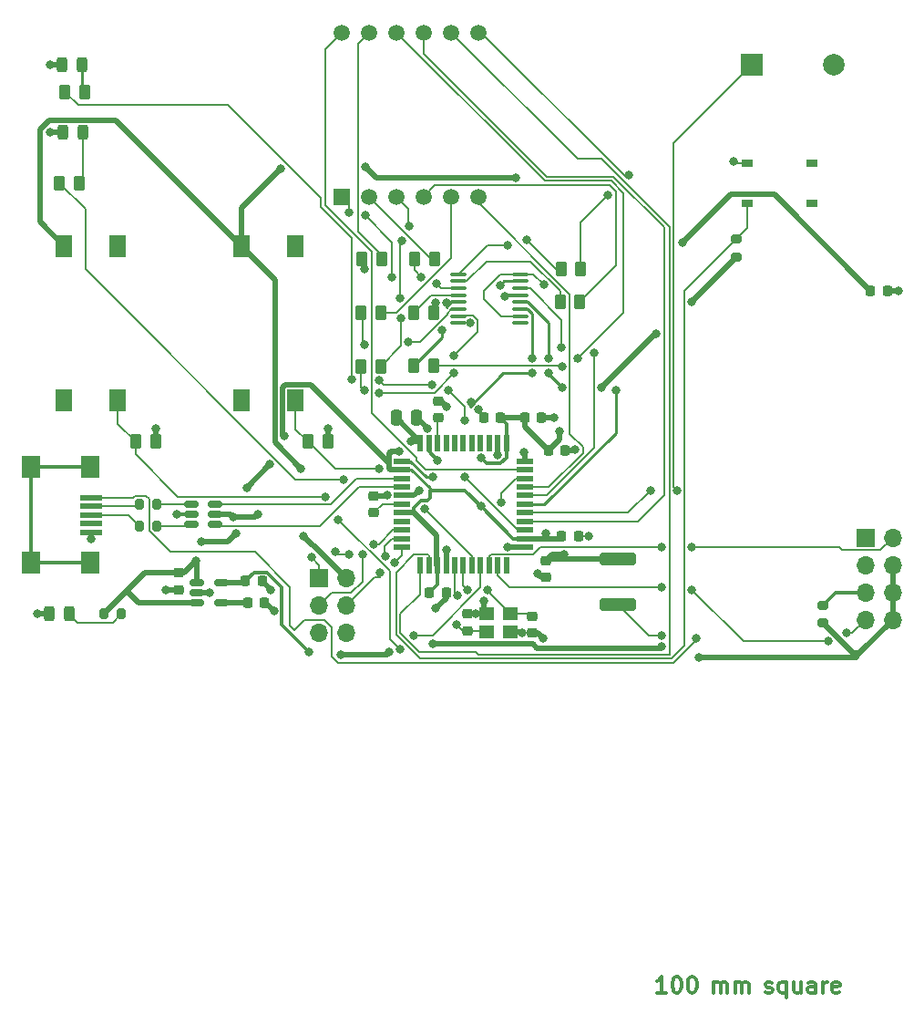
<source format=gbr>
%TF.GenerationSoftware,KiCad,Pcbnew,(7.0.0)*%
%TF.CreationDate,2023-04-21T00:37:14-06:00*%
%TF.ProjectId,Phase_B_Prototype,50686173-655f-4425-9f50-726f746f7479,rev?*%
%TF.SameCoordinates,Original*%
%TF.FileFunction,Copper,L1,Top*%
%TF.FilePolarity,Positive*%
%FSLAX46Y46*%
G04 Gerber Fmt 4.6, Leading zero omitted, Abs format (unit mm)*
G04 Created by KiCad (PCBNEW (7.0.0)) date 2023-04-21 00:37:14*
%MOMM*%
%LPD*%
G01*
G04 APERTURE LIST*
G04 Aperture macros list*
%AMRoundRect*
0 Rectangle with rounded corners*
0 $1 Rounding radius*
0 $2 $3 $4 $5 $6 $7 $8 $9 X,Y pos of 4 corners*
0 Add a 4 corners polygon primitive as box body*
4,1,4,$2,$3,$4,$5,$6,$7,$8,$9,$2,$3,0*
0 Add four circle primitives for the rounded corners*
1,1,$1+$1,$2,$3*
1,1,$1+$1,$4,$5*
1,1,$1+$1,$6,$7*
1,1,$1+$1,$8,$9*
0 Add four rect primitives between the rounded corners*
20,1,$1+$1,$2,$3,$4,$5,0*
20,1,$1+$1,$4,$5,$6,$7,0*
20,1,$1+$1,$6,$7,$8,$9,0*
20,1,$1+$1,$8,$9,$2,$3,0*%
G04 Aperture macros list end*
%ADD10C,0.300000*%
%TA.AperFunction,NonConductor*%
%ADD11C,0.300000*%
%TD*%
%TA.AperFunction,SMDPad,CuDef*%
%ADD12RoundRect,0.250000X-0.250000X-0.475000X0.250000X-0.475000X0.250000X0.475000X-0.250000X0.475000X0*%
%TD*%
%TA.AperFunction,SMDPad,CuDef*%
%ADD13RoundRect,0.243750X-0.243750X-0.456250X0.243750X-0.456250X0.243750X0.456250X-0.243750X0.456250X0*%
%TD*%
%TA.AperFunction,SMDPad,CuDef*%
%ADD14RoundRect,0.225000X-0.225000X-0.250000X0.225000X-0.250000X0.225000X0.250000X-0.225000X0.250000X0*%
%TD*%
%TA.AperFunction,SMDPad,CuDef*%
%ADD15RoundRect,0.250000X-0.262500X-0.450000X0.262500X-0.450000X0.262500X0.450000X-0.262500X0.450000X0*%
%TD*%
%TA.AperFunction,SMDPad,CuDef*%
%ADD16RoundRect,0.200000X-0.200000X-0.275000X0.200000X-0.275000X0.200000X0.275000X-0.200000X0.275000X0*%
%TD*%
%TA.AperFunction,SMDPad,CuDef*%
%ADD17R,1.400000X1.200000*%
%TD*%
%TA.AperFunction,SMDPad,CuDef*%
%ADD18RoundRect,0.250000X1.450000X-0.312500X1.450000X0.312500X-1.450000X0.312500X-1.450000X-0.312500X0*%
%TD*%
%TA.AperFunction,SMDPad,CuDef*%
%ADD19R,1.000000X0.700000*%
%TD*%
%TA.AperFunction,SMDPad,CuDef*%
%ADD20RoundRect,0.225000X0.250000X-0.225000X0.250000X0.225000X-0.250000X0.225000X-0.250000X-0.225000X0*%
%TD*%
%TA.AperFunction,SMDPad,CuDef*%
%ADD21RoundRect,0.150000X-0.512500X-0.150000X0.512500X-0.150000X0.512500X0.150000X-0.512500X0.150000X0*%
%TD*%
%TA.AperFunction,ComponentPad*%
%ADD22R,1.500000X1.500000*%
%TD*%
%TA.AperFunction,ComponentPad*%
%ADD23C,1.500000*%
%TD*%
%TA.AperFunction,ComponentPad*%
%ADD24R,1.700000X1.700000*%
%TD*%
%TA.AperFunction,ComponentPad*%
%ADD25O,1.700000X1.700000*%
%TD*%
%TA.AperFunction,SMDPad,CuDef*%
%ADD26RoundRect,0.225000X0.225000X0.250000X-0.225000X0.250000X-0.225000X-0.250000X0.225000X-0.250000X0*%
%TD*%
%TA.AperFunction,SMDPad,CuDef*%
%ADD27RoundRect,0.225000X-0.250000X0.225000X-0.250000X-0.225000X0.250000X-0.225000X0.250000X0.225000X0*%
%TD*%
%TA.AperFunction,SMDPad,CuDef*%
%ADD28RoundRect,0.200000X0.275000X-0.200000X0.275000X0.200000X-0.275000X0.200000X-0.275000X-0.200000X0*%
%TD*%
%TA.AperFunction,SMDPad,CuDef*%
%ADD29R,1.500000X0.550000*%
%TD*%
%TA.AperFunction,SMDPad,CuDef*%
%ADD30R,0.550000X1.500000*%
%TD*%
%TA.AperFunction,SMDPad,CuDef*%
%ADD31R,1.500000X2.000000*%
%TD*%
%TA.AperFunction,SMDPad,CuDef*%
%ADD32R,2.000000X0.500000*%
%TD*%
%TA.AperFunction,SMDPad,CuDef*%
%ADD33R,1.700000X2.000000*%
%TD*%
%TA.AperFunction,ComponentPad*%
%ADD34R,2.000000X2.000000*%
%TD*%
%TA.AperFunction,ComponentPad*%
%ADD35C,2.000000*%
%TD*%
%TA.AperFunction,SMDPad,CuDef*%
%ADD36RoundRect,0.100000X-0.637500X-0.100000X0.637500X-0.100000X0.637500X0.100000X-0.637500X0.100000X0*%
%TD*%
%TA.AperFunction,ViaPad*%
%ADD37C,0.800000*%
%TD*%
%TA.AperFunction,Conductor*%
%ADD38C,0.203200*%
%TD*%
%TA.AperFunction,Conductor*%
%ADD39C,0.508000*%
%TD*%
%TA.AperFunction,Conductor*%
%ADD40C,0.254000*%
%TD*%
%TA.AperFunction,Conductor*%
%ADD41C,0.304800*%
%TD*%
%TA.AperFunction,Conductor*%
%ADD42C,0.200000*%
%TD*%
G04 APERTURE END LIST*
D10*
D11*
X242442857Y-157153571D02*
X241585714Y-157153571D01*
X242014285Y-157153571D02*
X242014285Y-155653571D01*
X242014285Y-155653571D02*
X241871428Y-155867857D01*
X241871428Y-155867857D02*
X241728571Y-156010714D01*
X241728571Y-156010714D02*
X241585714Y-156082142D01*
X243371428Y-155653571D02*
X243514285Y-155653571D01*
X243514285Y-155653571D02*
X243657142Y-155725000D01*
X243657142Y-155725000D02*
X243728571Y-155796428D01*
X243728571Y-155796428D02*
X243799999Y-155939285D01*
X243799999Y-155939285D02*
X243871428Y-156225000D01*
X243871428Y-156225000D02*
X243871428Y-156582142D01*
X243871428Y-156582142D02*
X243799999Y-156867857D01*
X243799999Y-156867857D02*
X243728571Y-157010714D01*
X243728571Y-157010714D02*
X243657142Y-157082142D01*
X243657142Y-157082142D02*
X243514285Y-157153571D01*
X243514285Y-157153571D02*
X243371428Y-157153571D01*
X243371428Y-157153571D02*
X243228571Y-157082142D01*
X243228571Y-157082142D02*
X243157142Y-157010714D01*
X243157142Y-157010714D02*
X243085713Y-156867857D01*
X243085713Y-156867857D02*
X243014285Y-156582142D01*
X243014285Y-156582142D02*
X243014285Y-156225000D01*
X243014285Y-156225000D02*
X243085713Y-155939285D01*
X243085713Y-155939285D02*
X243157142Y-155796428D01*
X243157142Y-155796428D02*
X243228571Y-155725000D01*
X243228571Y-155725000D02*
X243371428Y-155653571D01*
X244799999Y-155653571D02*
X244942856Y-155653571D01*
X244942856Y-155653571D02*
X245085713Y-155725000D01*
X245085713Y-155725000D02*
X245157142Y-155796428D01*
X245157142Y-155796428D02*
X245228570Y-155939285D01*
X245228570Y-155939285D02*
X245299999Y-156225000D01*
X245299999Y-156225000D02*
X245299999Y-156582142D01*
X245299999Y-156582142D02*
X245228570Y-156867857D01*
X245228570Y-156867857D02*
X245157142Y-157010714D01*
X245157142Y-157010714D02*
X245085713Y-157082142D01*
X245085713Y-157082142D02*
X244942856Y-157153571D01*
X244942856Y-157153571D02*
X244799999Y-157153571D01*
X244799999Y-157153571D02*
X244657142Y-157082142D01*
X244657142Y-157082142D02*
X244585713Y-157010714D01*
X244585713Y-157010714D02*
X244514284Y-156867857D01*
X244514284Y-156867857D02*
X244442856Y-156582142D01*
X244442856Y-156582142D02*
X244442856Y-156225000D01*
X244442856Y-156225000D02*
X244514284Y-155939285D01*
X244514284Y-155939285D02*
X244585713Y-155796428D01*
X244585713Y-155796428D02*
X244657142Y-155725000D01*
X244657142Y-155725000D02*
X244799999Y-155653571D01*
X246842855Y-157153571D02*
X246842855Y-156153571D01*
X246842855Y-156296428D02*
X246914284Y-156225000D01*
X246914284Y-156225000D02*
X247057141Y-156153571D01*
X247057141Y-156153571D02*
X247271427Y-156153571D01*
X247271427Y-156153571D02*
X247414284Y-156225000D01*
X247414284Y-156225000D02*
X247485713Y-156367857D01*
X247485713Y-156367857D02*
X247485713Y-157153571D01*
X247485713Y-156367857D02*
X247557141Y-156225000D01*
X247557141Y-156225000D02*
X247699998Y-156153571D01*
X247699998Y-156153571D02*
X247914284Y-156153571D01*
X247914284Y-156153571D02*
X248057141Y-156225000D01*
X248057141Y-156225000D02*
X248128570Y-156367857D01*
X248128570Y-156367857D02*
X248128570Y-157153571D01*
X248842855Y-157153571D02*
X248842855Y-156153571D01*
X248842855Y-156296428D02*
X248914284Y-156225000D01*
X248914284Y-156225000D02*
X249057141Y-156153571D01*
X249057141Y-156153571D02*
X249271427Y-156153571D01*
X249271427Y-156153571D02*
X249414284Y-156225000D01*
X249414284Y-156225000D02*
X249485713Y-156367857D01*
X249485713Y-156367857D02*
X249485713Y-157153571D01*
X249485713Y-156367857D02*
X249557141Y-156225000D01*
X249557141Y-156225000D02*
X249699998Y-156153571D01*
X249699998Y-156153571D02*
X249914284Y-156153571D01*
X249914284Y-156153571D02*
X250057141Y-156225000D01*
X250057141Y-156225000D02*
X250128570Y-156367857D01*
X250128570Y-156367857D02*
X250128570Y-157153571D01*
X251671427Y-157082142D02*
X251814284Y-157153571D01*
X251814284Y-157153571D02*
X252099998Y-157153571D01*
X252099998Y-157153571D02*
X252242855Y-157082142D01*
X252242855Y-157082142D02*
X252314284Y-156939285D01*
X252314284Y-156939285D02*
X252314284Y-156867857D01*
X252314284Y-156867857D02*
X252242855Y-156725000D01*
X252242855Y-156725000D02*
X252099998Y-156653571D01*
X252099998Y-156653571D02*
X251885713Y-156653571D01*
X251885713Y-156653571D02*
X251742855Y-156582142D01*
X251742855Y-156582142D02*
X251671427Y-156439285D01*
X251671427Y-156439285D02*
X251671427Y-156367857D01*
X251671427Y-156367857D02*
X251742855Y-156225000D01*
X251742855Y-156225000D02*
X251885713Y-156153571D01*
X251885713Y-156153571D02*
X252099998Y-156153571D01*
X252099998Y-156153571D02*
X252242855Y-156225000D01*
X253599999Y-156153571D02*
X253599999Y-157653571D01*
X253599999Y-157082142D02*
X253457141Y-157153571D01*
X253457141Y-157153571D02*
X253171427Y-157153571D01*
X253171427Y-157153571D02*
X253028570Y-157082142D01*
X253028570Y-157082142D02*
X252957141Y-157010714D01*
X252957141Y-157010714D02*
X252885713Y-156867857D01*
X252885713Y-156867857D02*
X252885713Y-156439285D01*
X252885713Y-156439285D02*
X252957141Y-156296428D01*
X252957141Y-156296428D02*
X253028570Y-156225000D01*
X253028570Y-156225000D02*
X253171427Y-156153571D01*
X253171427Y-156153571D02*
X253457141Y-156153571D01*
X253457141Y-156153571D02*
X253599999Y-156225000D01*
X254957142Y-156153571D02*
X254957142Y-157153571D01*
X254314284Y-156153571D02*
X254314284Y-156939285D01*
X254314284Y-156939285D02*
X254385713Y-157082142D01*
X254385713Y-157082142D02*
X254528570Y-157153571D01*
X254528570Y-157153571D02*
X254742856Y-157153571D01*
X254742856Y-157153571D02*
X254885713Y-157082142D01*
X254885713Y-157082142D02*
X254957142Y-157010714D01*
X256314285Y-157153571D02*
X256314285Y-156367857D01*
X256314285Y-156367857D02*
X256242856Y-156225000D01*
X256242856Y-156225000D02*
X256099999Y-156153571D01*
X256099999Y-156153571D02*
X255814285Y-156153571D01*
X255814285Y-156153571D02*
X255671427Y-156225000D01*
X256314285Y-157082142D02*
X256171427Y-157153571D01*
X256171427Y-157153571D02*
X255814285Y-157153571D01*
X255814285Y-157153571D02*
X255671427Y-157082142D01*
X255671427Y-157082142D02*
X255599999Y-156939285D01*
X255599999Y-156939285D02*
X255599999Y-156796428D01*
X255599999Y-156796428D02*
X255671427Y-156653571D01*
X255671427Y-156653571D02*
X255814285Y-156582142D01*
X255814285Y-156582142D02*
X256171427Y-156582142D01*
X256171427Y-156582142D02*
X256314285Y-156510714D01*
X257028570Y-157153571D02*
X257028570Y-156153571D01*
X257028570Y-156439285D02*
X257099999Y-156296428D01*
X257099999Y-156296428D02*
X257171428Y-156225000D01*
X257171428Y-156225000D02*
X257314285Y-156153571D01*
X257314285Y-156153571D02*
X257457142Y-156153571D01*
X258528570Y-157082142D02*
X258385713Y-157153571D01*
X258385713Y-157153571D02*
X258099999Y-157153571D01*
X258099999Y-157153571D02*
X257957141Y-157082142D01*
X257957141Y-157082142D02*
X257885713Y-156939285D01*
X257885713Y-156939285D02*
X257885713Y-156367857D01*
X257885713Y-156367857D02*
X257957141Y-156225000D01*
X257957141Y-156225000D02*
X258099999Y-156153571D01*
X258099999Y-156153571D02*
X258385713Y-156153571D01*
X258385713Y-156153571D02*
X258528570Y-156225000D01*
X258528570Y-156225000D02*
X258599999Y-156367857D01*
X258599999Y-156367857D02*
X258599999Y-156510714D01*
X258599999Y-156510714D02*
X257885713Y-156653571D01*
D12*
%TO.P,C8,1*%
%TO.N,+5V*%
X217350000Y-103800000D03*
%TO.P,C8,2*%
%TO.N,GND*%
X219250000Y-103800000D03*
%TD*%
D13*
%TO.P,RED1,1,K*%
%TO.N,GND*%
X186375000Y-77300000D03*
%TO.P,RED1,2,A*%
%TO.N,Net-(RED1-A)*%
X188250000Y-77300000D03*
%TD*%
D14*
%TO.P,C6,1*%
%TO.N,+5V*%
X220450000Y-120000000D03*
%TO.P,C6,2*%
%TO.N,GND*%
X222000000Y-120000000D03*
%TD*%
D15*
%TO.P,R9,1*%
%TO.N,e*%
X219000000Y-94000000D03*
%TO.P,R9,2*%
%TO.N,Net-(U1-e)*%
X220825000Y-94000000D03*
%TD*%
D16*
%TO.P,R15,1*%
%TO.N,Net-(J1-D-)*%
X193475000Y-111800000D03*
%TO.P,R15,2*%
%TO.N,USB_CON_D-*%
X195125000Y-111800000D03*
%TD*%
D17*
%TO.P,Y1,1,1*%
%TO.N,XTAL1*%
X227999999Y-121999999D03*
%TO.P,Y1,2,2*%
%TO.N,GND*%
X225799999Y-121999999D03*
%TO.P,Y1,3,3*%
%TO.N,XTAL2*%
X225799999Y-123699999D03*
%TO.P,Y1,4,4*%
%TO.N,GND*%
X227999999Y-123699999D03*
%TD*%
D18*
%TO.P,F1,1*%
%TO.N,Net-(J1-VBUS)*%
X238000000Y-121137500D03*
%TO.P,F1,2*%
%TO.N,+5V*%
X238000000Y-116862500D03*
%TD*%
D15*
%TO.P,R4,1*%
%TO.N,GREEN_LED*%
X186587500Y-73500000D03*
%TO.P,R4,2*%
%TO.N,Net-(GREEN1-A)*%
X188412500Y-73500000D03*
%TD*%
D19*
%TO.P,S3,1*%
%TO.N,GND*%
X249999999Y-80149999D03*
%TO.P,S3,2*%
%TO.N,N/C*%
X255999999Y-80149999D03*
%TO.P,S3,3*%
%TO.N,RESET*%
X249999999Y-83849999D03*
%TO.P,S3,4*%
%TO.N,N/C*%
X255999999Y-83849999D03*
%TD*%
D20*
%TO.P,C9,1*%
%TO.N,/UCAP*%
X215300000Y-112575000D03*
%TO.P,C9,2*%
%TO.N,GND*%
X215300000Y-111025000D03*
%TD*%
D21*
%TO.P,U4,1,I/O1*%
%TO.N,USB_CON_D-*%
X198300000Y-111800000D03*
%TO.P,U4,2,GND*%
%TO.N,GND*%
X198300000Y-112750000D03*
%TO.P,U4,3,I/O2*%
%TO.N,USB_CON_D+*%
X198300000Y-113700000D03*
%TO.P,U4,4,I/O2*%
%TO.N,USB_D+*%
X200575000Y-113700000D03*
%TO.P,U4,5,VBUS*%
%TO.N,+5V*%
X200575000Y-112750000D03*
%TO.P,U4,6,I/O1*%
%TO.N,USB_D-*%
X200575000Y-111800000D03*
%TD*%
D15*
%TO.P,R1,1*%
%TO.N,Button_2*%
X209175000Y-106000000D03*
%TO.P,R1,2*%
%TO.N,GND*%
X211000000Y-106000000D03*
%TD*%
D20*
%TO.P,C12,1*%
%TO.N,/AREF*%
X221300000Y-103800000D03*
%TO.P,C12,2*%
%TO.N,GND*%
X221300000Y-102250000D03*
%TD*%
D22*
%TO.P,U1,1,e*%
%TO.N,Net-(U1-e)*%
X212299999Y-83239999D03*
D23*
%TO.P,U1,2,d*%
%TO.N,Net-(U1-d)*%
X214840000Y-83240000D03*
%TO.P,U1,3,DPX*%
%TO.N,Net-(U1-DPX)*%
X217380000Y-83240000D03*
%TO.P,U1,4,c*%
%TO.N,Net-(U1-c)*%
X219920000Y-83240000D03*
%TO.P,U1,5,g*%
%TO.N,Net-(U1-g)*%
X222460000Y-83240000D03*
%TO.P,U1,6,CA4*%
%TO.N,D4*%
X225000000Y-83240000D03*
%TO.P,U1,7,b*%
%TO.N,Net-(U1-b)*%
X225000000Y-68000000D03*
%TO.P,U1,8,CA3*%
%TO.N,D3*%
X222460000Y-68000000D03*
%TO.P,U1,9,CA2*%
%TO.N,D2*%
X219920000Y-68000000D03*
%TO.P,U1,10,f*%
%TO.N,Net-(U1-f)*%
X217380000Y-68000000D03*
%TO.P,U1,11,a*%
%TO.N,Net-(U1-a)*%
X214840000Y-68000000D03*
%TO.P,U1,12,CA1*%
%TO.N,D1*%
X212300000Y-68000000D03*
%TD*%
D14*
%TO.P,C4,1*%
%TO.N,+5V*%
X231525000Y-106800000D03*
%TO.P,C4,2*%
%TO.N,GND*%
X233075000Y-106800000D03*
%TD*%
D15*
%TO.P,R8,1*%
%TO.N,d*%
X219087500Y-89000000D03*
%TO.P,R8,2*%
%TO.N,Net-(U1-d)*%
X220912500Y-89000000D03*
%TD*%
D14*
%TO.P,C14,1*%
%TO.N,+3.3V*%
X203362500Y-118950000D03*
%TO.P,C14,2*%
%TO.N,GND*%
X204912500Y-118950000D03*
%TD*%
D24*
%TO.P,J2,1,MISO*%
%TO.N,MISO*%
X210209999Y-118669999D03*
D25*
%TO.P,J2,2,VCC*%
%TO.N,VDC*%
X212749999Y-118669999D03*
%TO.P,J2,3,SCK*%
%TO.N,SCK*%
X210209999Y-121209999D03*
%TO.P,J2,4,MOSI*%
%TO.N,MOSI*%
X212749999Y-121209999D03*
%TO.P,J2,5,~{RST}*%
%TO.N,RST*%
X210209999Y-123749999D03*
%TO.P,J2,6,GND*%
%TO.N,GND*%
X212749999Y-123749999D03*
%TD*%
D26*
%TO.P,C7,1*%
%TO.N,+5V*%
X227075000Y-103800000D03*
%TO.P,C7,2*%
%TO.N,GND*%
X225525000Y-103800000D03*
%TD*%
D14*
%TO.P,C1,1*%
%TO.N,VDC*%
X261450000Y-92000000D03*
%TO.P,C1,2*%
%TO.N,GND*%
X263000000Y-92000000D03*
%TD*%
D27*
%TO.P,C10,1*%
%TO.N,+5V*%
X231300000Y-117025000D03*
%TO.P,C10,2*%
%TO.N,GND*%
X231300000Y-118575000D03*
%TD*%
D15*
%TO.P,R6,1*%
%TO.N,b*%
X232677500Y-90000000D03*
%TO.P,R6,2*%
%TO.N,Net-(U1-b)*%
X234502500Y-90000000D03*
%TD*%
%TO.P,R11,1*%
%TO.N,g*%
X214087500Y-94000000D03*
%TO.P,R11,2*%
%TO.N,Net-(U1-g)*%
X215912500Y-94000000D03*
%TD*%
D27*
%TO.P,C2,1*%
%TO.N,XTAL1*%
X230000000Y-122225000D03*
%TO.P,C2,2*%
%TO.N,GND*%
X230000000Y-123775000D03*
%TD*%
D16*
%TO.P,R14,1*%
%TO.N,Net-(J1-D+)*%
X193475000Y-113800000D03*
%TO.P,R14,2*%
%TO.N,USB_CON_D+*%
X195125000Y-113800000D03*
%TD*%
D28*
%TO.P,R17,1*%
%TO.N,+3.3V*%
X257000000Y-122825000D03*
%TO.P,R17,2*%
%TO.N,Net-(J3-Pin_5)*%
X257000000Y-121175000D03*
%TD*%
D29*
%TO.P,U3,1,PE6*%
%TO.N,SH_CP*%
X217899999Y-107799999D03*
%TO.P,U3,2,UVCC*%
%TO.N,+5V*%
X217899999Y-108599999D03*
%TO.P,U3,3,D-*%
%TO.N,USB_D-*%
X217899999Y-109399999D03*
%TO.P,U3,4,D+*%
%TO.N,USB_D+*%
X217899999Y-110199999D03*
%TO.P,U3,5,UGND*%
%TO.N,GND*%
X217899999Y-110999999D03*
%TO.P,U3,6,UCAP*%
%TO.N,/UCAP*%
X217899999Y-111799999D03*
%TO.P,U3,7,VBUS*%
%TO.N,+5V*%
X217899999Y-112599999D03*
%TO.P,U3,8,PB0*%
%TO.N,unconnected-(U3-PB0-Pad8)*%
X217899999Y-113399999D03*
%TO.P,U3,9,PB1*%
%TO.N,SCK*%
X217899999Y-114199999D03*
%TO.P,U3,10,PB2*%
%TO.N,MISO*%
X217899999Y-114999999D03*
%TO.P,U3,11,PB3*%
%TO.N,MOSI*%
X217899999Y-115799999D03*
D30*
%TO.P,U3,12,PB7*%
%TO.N,D3*%
X219599999Y-117499999D03*
%TO.P,U3,13,~{RESET}*%
%TO.N,RESET*%
X220399999Y-117499999D03*
%TO.P,U3,14,VCC*%
%TO.N,+5V*%
X221199999Y-117499999D03*
%TO.P,U3,15,GND*%
%TO.N,GND*%
X221999999Y-117499999D03*
%TO.P,U3,16,XTAL2*%
%TO.N,XTAL2*%
X222799999Y-117499999D03*
%TO.P,U3,17,XTAL1*%
%TO.N,XTAL1*%
X223599999Y-117499999D03*
%TO.P,U3,18,PD0*%
%TO.N,Button_2*%
X224399999Y-117499999D03*
%TO.P,U3,19,PD1*%
%TO.N,Button_1*%
X225199999Y-117499999D03*
%TO.P,U3,20,PD2*%
%TO.N,TX*%
X225999999Y-117499999D03*
%TO.P,U3,21,PD3*%
%TO.N,RX*%
X226799999Y-117499999D03*
%TO.P,U3,22,PD5*%
%TO.N,unconnected-(U3-PD5-Pad22)*%
X227599999Y-117499999D03*
D29*
%TO.P,U3,23,GND*%
%TO.N,GND*%
X229299999Y-115799999D03*
%TO.P,U3,24,AVCC*%
%TO.N,+5V*%
X229299999Y-114999999D03*
%TO.P,U3,25,PD4*%
%TO.N,GREEN_LED*%
X229299999Y-114199999D03*
%TO.P,U3,26,PD6*%
%TO.N,D2*%
X229299999Y-113399999D03*
%TO.P,U3,27,PD7*%
%TO.N,Alarm*%
X229299999Y-112599999D03*
%TO.P,U3,28,PB4*%
%TO.N,ST_CP*%
X229299999Y-111799999D03*
%TO.P,U3,29,PB5*%
%TO.N,DS*%
X229299999Y-110999999D03*
%TO.P,U3,30,PB6*%
%TO.N,D4*%
X229299999Y-110199999D03*
%TO.P,U3,31,PC6*%
%TO.N,RED_LED*%
X229299999Y-109399999D03*
%TO.P,U3,32,PC7*%
%TO.N,D1*%
X229299999Y-108599999D03*
%TO.P,U3,33,~{HWB}/PE2*%
%TO.N,GND*%
X229299999Y-107799999D03*
D30*
%TO.P,U3,34,VCC*%
%TO.N,+5V*%
X227599999Y-106099999D03*
%TO.P,U3,35,GND*%
%TO.N,GND*%
X226799999Y-106099999D03*
%TO.P,U3,36,PF7*%
%TO.N,unconnected-(U3-PF7-Pad36)*%
X225999999Y-106099999D03*
%TO.P,U3,37,PF6*%
%TO.N,unconnected-(U3-PF6-Pad37)*%
X225199999Y-106099999D03*
%TO.P,U3,38,PF5*%
%TO.N,unconnected-(U3-PF5-Pad38)*%
X224399999Y-106099999D03*
%TO.P,U3,39,PF4*%
%TO.N,unconnected-(U3-PF4-Pad39)*%
X223599999Y-106099999D03*
%TO.P,U3,40,PF1*%
%TO.N,unconnected-(U3-PF1-Pad40)*%
X222799999Y-106099999D03*
%TO.P,U3,41,PF0*%
%TO.N,unconnected-(U3-PF0-Pad41)*%
X221999999Y-106099999D03*
%TO.P,U3,42,AREF*%
%TO.N,/AREF*%
X221199999Y-106099999D03*
%TO.P,U3,43,GND*%
%TO.N,GND*%
X220399999Y-106099999D03*
%TO.P,U3,44,AVCC*%
%TO.N,+5V*%
X219599999Y-106099999D03*
%TD*%
D15*
%TO.P,R10,1*%
%TO.N,f*%
X219000000Y-98950000D03*
%TO.P,R10,2*%
%TO.N,Net-(U1-f)*%
X220825000Y-98950000D03*
%TD*%
%TO.P,R12,1*%
%TO.N,dp*%
X214087500Y-99000000D03*
%TO.P,R12,2*%
%TO.N,Net-(U1-DPX)*%
X215912500Y-99000000D03*
%TD*%
D13*
%TO.P,RED2,1,K*%
%TO.N,GND*%
X185125000Y-122000000D03*
%TO.P,RED2,2,A*%
%TO.N,Net-(RED2-A)*%
X187000000Y-122000000D03*
%TD*%
D15*
%TO.P,R5,1*%
%TO.N,a*%
X214175000Y-89000000D03*
%TO.P,R5,2*%
%TO.N,Net-(U1-a)*%
X216000000Y-89000000D03*
%TD*%
D27*
%TO.P,C13,1*%
%TO.N,+5V*%
X197137500Y-118175000D03*
%TO.P,C13,2*%
%TO.N,GND*%
X197137500Y-119725000D03*
%TD*%
D16*
%TO.P,R16,1*%
%TO.N,+5V*%
X190175000Y-122000000D03*
%TO.P,R16,2*%
%TO.N,Net-(RED2-A)*%
X191825000Y-122000000D03*
%TD*%
D14*
%TO.P,C11,1*%
%TO.N,+5V*%
X232750000Y-114800000D03*
%TO.P,C11,2*%
%TO.N,GND*%
X234300000Y-114800000D03*
%TD*%
D15*
%TO.P,R7,1*%
%TO.N,c*%
X232590000Y-93000000D03*
%TO.P,R7,2*%
%TO.N,Net-(U1-c)*%
X234415000Y-93000000D03*
%TD*%
D31*
%TO.P,S2,A1,NO_1*%
%TO.N,unconnected-(S2-NO_1-PadA1)*%
X207999999Y-87849999D03*
%TO.P,S2,B1,NO_2*%
%TO.N,Button_2*%
X207999999Y-102149999D03*
%TO.P,S2,C1,COM_1*%
%TO.N,VDC*%
X202999999Y-87849999D03*
%TO.P,S2,D1,COM_2*%
%TO.N,unconnected-(S2-COM_2-PadD1)*%
X202999999Y-102149999D03*
%TD*%
D15*
%TO.P,R2,1*%
%TO.N,Button_1*%
X193175000Y-106000000D03*
%TO.P,R2,2*%
%TO.N,GND*%
X195000000Y-106000000D03*
%TD*%
D20*
%TO.P,C3,1*%
%TO.N,XTAL2*%
X224000000Y-123550000D03*
%TO.P,C3,2*%
%TO.N,GND*%
X224000000Y-122000000D03*
%TD*%
D13*
%TO.P,GREEN1,1,K*%
%TO.N,GND*%
X186312500Y-71000000D03*
%TO.P,GREEN1,2,A*%
%TO.N,Net-(GREEN1-A)*%
X188187500Y-71000000D03*
%TD*%
D21*
%TO.P,U5,1,VIN*%
%TO.N,+5V*%
X198862500Y-119050000D03*
%TO.P,U5,2,GND*%
%TO.N,GND*%
X198862500Y-120000000D03*
%TO.P,U5,3,ON/~{OFF}*%
%TO.N,+5V*%
X198862500Y-120950000D03*
%TO.P,U5,4,BP*%
%TO.N,Net-(U5-BP)*%
X201137500Y-120950000D03*
%TO.P,U5,5,VOUT*%
%TO.N,+3.3V*%
X201137500Y-119050000D03*
%TD*%
D14*
%TO.P,C15,1*%
%TO.N,Net-(U5-BP)*%
X203587500Y-120950000D03*
%TO.P,C15,2*%
%TO.N,GND*%
X205137500Y-120950000D03*
%TD*%
D32*
%TO.P,J1,1,VBUS*%
%TO.N,Net-(J1-VBUS)*%
X188999999Y-111199999D03*
%TO.P,J1,2,D-*%
%TO.N,Net-(J1-D-)*%
X188999999Y-111999999D03*
%TO.P,J1,3,D+*%
%TO.N,Net-(J1-D+)*%
X188999999Y-112799999D03*
%TO.P,J1,4,ID*%
%TO.N,unconnected-(J1-ID-Pad4)*%
X188999999Y-113599999D03*
%TO.P,J1,5,GND*%
%TO.N,GND*%
X188999999Y-114399999D03*
D33*
%TO.P,J1,6,Shield*%
%TO.N,unconnected-(J1-Shield-Pad6)*%
X188899999Y-108349999D03*
X183449999Y-108349999D03*
X188899999Y-117249999D03*
X183449999Y-117249999D03*
%TD*%
D15*
%TO.P,R3,1*%
%TO.N,RED_LED*%
X186087500Y-82000000D03*
%TO.P,R3,2*%
%TO.N,Net-(RED1-A)*%
X187912500Y-82000000D03*
%TD*%
D28*
%TO.P,R13,1*%
%TO.N,+5V*%
X249000000Y-88825000D03*
%TO.P,R13,2*%
%TO.N,RESET*%
X249000000Y-87175000D03*
%TD*%
D34*
%TO.P,LS1,1,1*%
%TO.N,Alarm*%
X250399999Y-70999999D03*
D35*
%TO.P,LS1,2,2*%
%TO.N,GND*%
X258000000Y-71000000D03*
%TD*%
D14*
%TO.P,C5,1*%
%TO.N,+5V*%
X229300000Y-103800000D03*
%TO.P,C5,2*%
%TO.N,GND*%
X230850000Y-103800000D03*
%TD*%
D31*
%TO.P,S1,A1,NO_1*%
%TO.N,unconnected-(S1-NO_1-PadA1)*%
X191499999Y-87849999D03*
%TO.P,S1,B1,NO_2*%
%TO.N,Button_1*%
X191499999Y-102149999D03*
%TO.P,S1,C1,COM_1*%
%TO.N,VDC*%
X186499999Y-87849999D03*
%TO.P,S1,D1,COM_2*%
%TO.N,unconnected-(S1-COM_2-PadD1)*%
X186499999Y-102149999D03*
%TD*%
D36*
%TO.P,U2,1,QB*%
%TO.N,b*%
X223137500Y-90450000D03*
%TO.P,U2,2,QC*%
%TO.N,c*%
X223137500Y-91100000D03*
%TO.P,U2,3,QD*%
%TO.N,d*%
X223137500Y-91750000D03*
%TO.P,U2,4,QE*%
%TO.N,e*%
X223137500Y-92400000D03*
%TO.P,U2,5,QF*%
%TO.N,f*%
X223137500Y-93050000D03*
%TO.P,U2,6,QG*%
%TO.N,g*%
X223137500Y-93700000D03*
%TO.P,U2,7,QH*%
%TO.N,dp*%
X223137500Y-94350000D03*
%TO.P,U2,8,GND*%
%TO.N,GND*%
X223137500Y-95000000D03*
%TO.P,U2,9,QH'*%
%TO.N,unconnected-(U2-QH'-Pad9)*%
X228862500Y-95000000D03*
%TO.P,U2,10,~{SRCLR}*%
%TO.N,VDC*%
X228862500Y-94350000D03*
%TO.P,U2,11,SRCLK*%
%TO.N,SH_CP*%
X228862500Y-93700000D03*
%TO.P,U2,12,RCLK*%
%TO.N,ST_CP*%
X228862500Y-93050000D03*
%TO.P,U2,13,~{OE}*%
%TO.N,GND*%
X228862500Y-92400000D03*
%TO.P,U2,14,SER*%
%TO.N,DS*%
X228862500Y-91750000D03*
%TO.P,U2,15,QA*%
%TO.N,a*%
X228862500Y-91100000D03*
%TO.P,U2,16,VCC*%
%TO.N,VDC*%
X228862500Y-90450000D03*
%TD*%
D24*
%TO.P,J3,1,Pin_1*%
%TO.N,GND*%
X260959999Y-114919999D03*
D25*
%TO.P,J3,2,Pin_2*%
%TO.N,TX*%
X263499999Y-114919999D03*
%TO.P,J3,3,Pin_3*%
%TO.N,unconnected-(J3-Pin_3-Pad3)*%
X260959999Y-117459999D03*
%TO.P,J3,4,Pin_4*%
%TO.N,+3.3V*%
X263499999Y-117459999D03*
%TO.P,J3,5,Pin_5*%
%TO.N,Net-(J3-Pin_5)*%
X260959999Y-119999999D03*
%TO.P,J3,6,Pin_6*%
%TO.N,+3.3V*%
X263499999Y-119999999D03*
%TO.P,J3,7,Pin_7*%
%TO.N,RX*%
X260959999Y-122539999D03*
%TO.P,J3,8,Pin_8*%
%TO.N,+3.3V*%
X263499999Y-122539999D03*
%TD*%
D37*
%TO.N,MISO*%
X209500000Y-116750000D03*
X211750000Y-116250000D03*
%TO.N,Button_2*%
X220000000Y-112250000D03*
X215750000Y-108500000D03*
%TO.N,VDC*%
X231061602Y-91438398D03*
X228500000Y-81487300D03*
X231061602Y-91438398D03*
X214500000Y-80500000D03*
X244000000Y-87500000D03*
X208500000Y-108500000D03*
X206629247Y-80620753D03*
X208750000Y-114750000D03*
%TO.N,XTAL1*%
X224000000Y-119750000D03*
X225858890Y-119789596D03*
%TO.N,GND*%
X184000000Y-122000000D03*
X205731250Y-119768750D03*
X229250000Y-107000000D03*
X230500000Y-118250000D03*
X224750000Y-122000000D03*
X234000000Y-106750000D03*
X227750000Y-115747300D03*
X231000000Y-124250000D03*
X211000000Y-104750000D03*
X185250000Y-71000000D03*
X229059701Y-123750000D03*
X197000000Y-112750000D03*
X224250000Y-95000000D03*
X225000000Y-103000000D03*
X222000000Y-116000000D03*
X248750000Y-80000000D03*
X189000000Y-115000000D03*
X221221800Y-107750000D03*
X195000000Y-104750000D03*
X206000000Y-121750000D03*
X216500000Y-111000000D03*
X226750000Y-107250000D03*
X219500000Y-110500000D03*
X185250000Y-77250000D03*
X225500000Y-120750000D03*
X232000000Y-103750000D03*
X235250000Y-114750000D03*
X221000000Y-121500000D03*
X196000000Y-119750000D03*
X200000000Y-120000000D03*
X220250000Y-104750000D03*
X264000000Y-92000000D03*
X227500000Y-92500000D03*
X222000000Y-102750000D03*
%TO.N,XTAL2*%
X223049500Y-120250000D03*
X223000000Y-123000000D03*
%TO.N,+5V*%
X199250000Y-115250000D03*
X198750000Y-117059500D03*
X218745753Y-106004247D03*
X203500000Y-110250000D03*
X225250000Y-112000000D03*
X233000000Y-116451100D03*
X202250000Y-113000000D03*
X205625000Y-108125000D03*
X244853800Y-93000000D03*
X241548900Y-96000000D03*
X225250000Y-107500000D03*
X202500000Y-114500000D03*
X231250000Y-114500000D03*
X204500000Y-112750000D03*
X207000000Y-105500000D03*
X236451100Y-101000000D03*
X217629247Y-106870753D03*
X232500000Y-105000000D03*
%TO.N,+3.3V*%
X216744252Y-125501300D03*
X212250000Y-125750000D03*
X220750000Y-124798900D03*
X209250000Y-125500000D03*
X242000000Y-125048900D03*
X245500000Y-126000000D03*
%TO.N,MISO*%
X213000000Y-116500000D03*
X216370753Y-116629247D03*
%TO.N,SCK*%
X215250000Y-115500000D03*
X214254247Y-116495753D03*
%TO.N,MOSI*%
X215879247Y-118120753D03*
X217240147Y-117240147D03*
%TO.N,TX*%
X244853800Y-115750000D03*
X242048900Y-115750000D03*
%TO.N,RX*%
X259250000Y-123750000D03*
X244853800Y-119750000D03*
X242000000Y-119500000D03*
X257483984Y-124516016D03*
%TO.N,Alarm*%
X243451100Y-110500000D03*
X241000000Y-110500000D03*
%TO.N,RED_LED*%
X227095203Y-111654797D03*
X212500000Y-109500000D03*
%TO.N,Button_1*%
X212000000Y-113250000D03*
X210750000Y-111100500D03*
X217719142Y-125280858D03*
X219000000Y-124000000D03*
%TO.N,GREEN_LED*%
X220704797Y-100704797D03*
X223750000Y-109301100D03*
X222250000Y-101250000D03*
X215799500Y-100299500D03*
X223750000Y-104000000D03*
X213250000Y-100250000D03*
%TO.N,a*%
X227000000Y-91500000D03*
X214397300Y-90000000D03*
%TO.N,b*%
X229463213Y-87286787D03*
X227750000Y-87750000D03*
%TO.N,Net-(U1-b)*%
X238976068Y-81273932D03*
X237048900Y-83120753D03*
%TO.N,d*%
X219706787Y-90706787D03*
X221073293Y-91323293D03*
%TO.N,Net-(U1-e)*%
X221000000Y-93101100D03*
X217000000Y-90750000D03*
X213000000Y-84750000D03*
X214489500Y-85000000D03*
%TO.N,f*%
X221999449Y-93111380D03*
X221654543Y-95654543D03*
%TO.N,Net-(U1-f)*%
X234250000Y-98250000D03*
X232798900Y-99000000D03*
%TO.N,g*%
X214397300Y-97000000D03*
X218504290Y-96750000D03*
%TO.N,dp*%
X215799500Y-101500000D03*
X214397300Y-101250000D03*
X222750000Y-99651100D03*
X222750000Y-98000000D03*
%TO.N,Net-(U1-DPX)*%
X217803190Y-94577105D03*
X218545753Y-85954247D03*
X217929247Y-87320753D03*
X217706787Y-92706787D03*
%TO.N,SH_CP*%
X220750000Y-109301100D03*
X230000000Y-99651100D03*
X230000000Y-98248900D03*
X224287133Y-102299411D03*
%TO.N,ST_CP*%
X231500000Y-98248900D03*
X231500000Y-99651100D03*
X237750000Y-101250000D03*
X232798900Y-101000000D03*
%TO.N,DS*%
X235750000Y-97750000D03*
X232750000Y-97250000D03*
%TO.N,Net-(J1-VBUS)*%
X245250000Y-124250000D03*
X242000000Y-124000000D03*
%TD*%
D38*
%TO.N,MISO*%
X212000000Y-116500000D02*
X211750000Y-116250000D01*
X213000000Y-116500000D02*
X212000000Y-116500000D01*
%TO.N,SCK*%
X214250000Y-116500000D02*
X214250000Y-117937500D01*
X214254247Y-116495753D02*
X214250000Y-116500000D01*
%TO.N,Net-(J1-VBUS)*%
X245250000Y-124390422D02*
X245250000Y-124250000D01*
X243084022Y-126556400D02*
X245250000Y-124390422D01*
X211935291Y-126556400D02*
X243084022Y-126556400D01*
X210687009Y-122598400D02*
X211361600Y-123272991D01*
X208793652Y-122598400D02*
X210687009Y-122598400D01*
X207892052Y-123500000D02*
X208793652Y-122598400D01*
X207500000Y-123107948D02*
X207892052Y-123500000D01*
X207500000Y-119500000D02*
X207500000Y-123107948D01*
X196390630Y-116250000D02*
X204250000Y-116250000D01*
X194423400Y-114282770D02*
X196390630Y-116250000D01*
X194129570Y-111023400D02*
X194423400Y-111317230D01*
X204250000Y-116250000D02*
X207500000Y-119500000D01*
X211361600Y-123272991D02*
X211361600Y-125982709D01*
X193067230Y-111023400D02*
X194129570Y-111023400D01*
X194423400Y-111317230D02*
X194423400Y-114282770D01*
X192890630Y-111200000D02*
X193067230Y-111023400D01*
X189000000Y-111200000D02*
X192890630Y-111200000D01*
X211361600Y-125982709D02*
X211935291Y-126556400D01*
%TO.N,MISO*%
X210210000Y-117460000D02*
X210210000Y-118670000D01*
X209500000Y-116750000D02*
X210210000Y-117460000D01*
%TO.N,SCK*%
X213191600Y-120058400D02*
X214250000Y-119000000D01*
X211361600Y-120058400D02*
X213191600Y-120058400D01*
X214250000Y-119000000D02*
X214250000Y-118000000D01*
X210210000Y-121210000D02*
X211361600Y-120058400D01*
%TO.N,MOSI*%
X215339247Y-118620753D02*
X212750000Y-121210000D01*
X215879247Y-118620753D02*
X215339247Y-118620753D01*
D39*
%TO.N,VDC*%
X209677500Y-115597500D02*
X212750000Y-118670000D01*
X209597500Y-115597500D02*
X209677500Y-115597500D01*
D38*
%TO.N,Button_2*%
X215750000Y-108500000D02*
X211675000Y-108500000D01*
X220000000Y-112250000D02*
X224400000Y-116650000D01*
X224400000Y-116650000D02*
X224400000Y-117500000D01*
X211675000Y-108500000D02*
X209175000Y-106000000D01*
X208000000Y-104825000D02*
X208000000Y-102150000D01*
X209175000Y-106000000D02*
X208000000Y-104825000D01*
D39*
%TO.N,VDC*%
X184250000Y-77042261D02*
X184250000Y-85600000D01*
X215487300Y-81487300D02*
X214500000Y-80500000D01*
X206629247Y-80620753D02*
X203000000Y-84250000D01*
X185146261Y-76146000D02*
X184250000Y-77042261D01*
X228500000Y-81487300D02*
X215487300Y-81487300D01*
X261450000Y-92000000D02*
X252496000Y-83046000D01*
D38*
X225500000Y-92750000D02*
X227100000Y-94350000D01*
D39*
X203000000Y-87850000D02*
X206088000Y-90938000D01*
X191296000Y-76146000D02*
X185146261Y-76146000D01*
X203000000Y-84250000D02*
X203000000Y-87850000D01*
D38*
X231061602Y-91438398D02*
X230073204Y-90450000D01*
X227100000Y-94350000D02*
X228862500Y-94350000D01*
D39*
X206088000Y-106088000D02*
X208500000Y-108500000D01*
X206088000Y-90938000D02*
X206088000Y-106088000D01*
D38*
X225500000Y-92000000D02*
X225500000Y-92750000D01*
X228862500Y-90450000D02*
X227050000Y-90450000D01*
D39*
X184250000Y-85600000D02*
X186500000Y-87850000D01*
D38*
X227050000Y-90450000D02*
X225500000Y-92000000D01*
D39*
X248454000Y-83046000D02*
X244000000Y-87500000D01*
X203000000Y-87850000D02*
X191296000Y-76146000D01*
X252496000Y-83046000D02*
X248454000Y-83046000D01*
D38*
X230073204Y-90450000D02*
X228862500Y-90450000D01*
D39*
X209597500Y-115597500D02*
X208750000Y-114750000D01*
D40*
X202825000Y-84425000D02*
X206629247Y-80620753D01*
D38*
%TO.N,XTAL1*%
X228000000Y-122000000D02*
X229775000Y-122000000D01*
X225858890Y-119789596D02*
X225858890Y-119858890D01*
X223600000Y-119350000D02*
X223600000Y-117500000D01*
X229775000Y-122000000D02*
X230000000Y-122225000D01*
X224000000Y-119750000D02*
X223600000Y-119350000D01*
X225858890Y-119858890D02*
X228000000Y-122000000D01*
%TO.N,GND*%
X225525000Y-103800000D02*
X225525000Y-103525000D01*
D39*
X221300000Y-102250000D02*
X221500000Y-102250000D01*
X185300000Y-77300000D02*
X185250000Y-77250000D01*
D41*
X220400000Y-106100000D02*
X220400000Y-106928200D01*
D39*
X219000000Y-111000000D02*
X219500000Y-110500000D01*
X211000000Y-106000000D02*
X211000000Y-104750000D01*
X231300000Y-118575000D02*
X230825000Y-118575000D01*
X229300000Y-107050000D02*
X229250000Y-107000000D01*
X219250000Y-103800000D02*
X219300000Y-103800000D01*
X198862500Y-120000000D02*
X200000000Y-120000000D01*
X195000000Y-106000000D02*
X195000000Y-104750000D01*
X227802700Y-115800000D02*
X227750000Y-115747300D01*
X216475000Y-111025000D02*
X216500000Y-111000000D01*
X219300000Y-103800000D02*
X220250000Y-104750000D01*
X224750000Y-122000000D02*
X224000000Y-122000000D01*
X230825000Y-118575000D02*
X230500000Y-118250000D01*
D38*
X186125000Y-71000000D02*
X185250000Y-71000000D01*
D39*
X230850000Y-103800000D02*
X231950000Y-103800000D01*
D38*
X248900000Y-80150000D02*
X248750000Y-80000000D01*
D39*
X233950000Y-106800000D02*
X234000000Y-106750000D01*
X196025000Y-119725000D02*
X196000000Y-119750000D01*
X185125000Y-122000000D02*
X184000000Y-122000000D01*
D41*
X220400000Y-106928200D02*
X221221800Y-107750000D01*
D38*
X235200000Y-114800000D02*
X235250000Y-114750000D01*
D39*
X263000000Y-92000000D02*
X264000000Y-92000000D01*
D41*
X228862500Y-92400000D02*
X227600000Y-92400000D01*
D39*
X222000000Y-120500000D02*
X221000000Y-121500000D01*
X186375000Y-77300000D02*
X185300000Y-77300000D01*
X229009701Y-123700000D02*
X229059701Y-123750000D01*
X230000000Y-123775000D02*
X230525000Y-123775000D01*
X205137500Y-120950000D02*
X205200000Y-120950000D01*
X229300000Y-107800000D02*
X229300000Y-107050000D01*
D38*
X225800000Y-122000000D02*
X224750000Y-122000000D01*
D41*
X198300000Y-112750000D02*
X197000000Y-112750000D01*
D39*
X189000000Y-114400000D02*
X189000000Y-115000000D01*
X222000000Y-116367000D02*
X222000000Y-116000000D01*
X204912500Y-118950000D02*
X205731250Y-119768750D01*
X230525000Y-123775000D02*
X231000000Y-124250000D01*
X225500000Y-121700000D02*
X225800000Y-122000000D01*
X225500000Y-120750000D02*
X225500000Y-121700000D01*
X215300000Y-111025000D02*
X216475000Y-111025000D01*
D41*
X227600000Y-92400000D02*
X227500000Y-92500000D01*
D39*
X226800000Y-106100000D02*
X226800000Y-107200000D01*
X229300000Y-115800000D02*
X227802700Y-115800000D01*
X228000000Y-123700000D02*
X229009701Y-123700000D01*
X205200000Y-120950000D02*
X206000000Y-121750000D01*
X222000000Y-117500000D02*
X222000000Y-116367000D01*
D38*
X250000000Y-80150000D02*
X248900000Y-80150000D01*
D39*
X197137500Y-119725000D02*
X196025000Y-119725000D01*
X217900000Y-111000000D02*
X219000000Y-111000000D01*
X186312500Y-71000000D02*
X185250000Y-71000000D01*
X233075000Y-106800000D02*
X233950000Y-106800000D01*
X221500000Y-102250000D02*
X222000000Y-102750000D01*
X222000000Y-120000000D02*
X222000000Y-120500000D01*
X231950000Y-103800000D02*
X232000000Y-103750000D01*
D38*
X225525000Y-103525000D02*
X225000000Y-103000000D01*
D39*
X226800000Y-107200000D02*
X226750000Y-107250000D01*
D38*
X234300000Y-114800000D02*
X235200000Y-114800000D01*
%TO.N,XTAL2*%
X223049500Y-120250000D02*
X222800000Y-120000500D01*
X224000000Y-123550000D02*
X223550000Y-123550000D01*
X225650000Y-123550000D02*
X225800000Y-123700000D01*
X223550000Y-123550000D02*
X223000000Y-123000000D01*
X224000000Y-123550000D02*
X225650000Y-123550000D01*
X222800000Y-120000500D02*
X222800000Y-117500000D01*
D39*
%TO.N,+5V*%
X197137500Y-118175000D02*
X197634500Y-118175000D01*
D41*
X220500000Y-110500000D02*
X220500000Y-111250000D01*
D39*
X206796000Y-105296000D02*
X206796000Y-100954000D01*
D41*
X223750000Y-110500000D02*
X225250000Y-112000000D01*
D40*
X231250000Y-115000000D02*
X231250000Y-114500000D01*
D39*
X216696000Y-108000000D02*
X216696000Y-108529000D01*
X204250000Y-113000000D02*
X204500000Y-112750000D01*
D41*
X227600000Y-104325000D02*
X227600000Y-106100000D01*
D39*
X231873900Y-116451100D02*
X231462500Y-116862500D01*
D40*
X229300000Y-115000000D02*
X231000000Y-115000000D01*
D39*
X217900000Y-112600000D02*
X219033000Y-112600000D01*
X229300000Y-104575000D02*
X231525000Y-106800000D01*
X229300000Y-103800000D02*
X227075000Y-103800000D01*
D40*
X231250000Y-115000000D02*
X232550000Y-115000000D01*
X220500000Y-110500000D02*
X220500000Y-110321000D01*
D41*
X225250000Y-112000000D02*
X228250000Y-115000000D01*
D40*
X233000000Y-116451100D02*
X233000000Y-116612500D01*
D39*
X206796000Y-100954000D02*
X207054000Y-100696000D01*
D41*
X220252400Y-111497600D02*
X219688345Y-111497600D01*
D39*
X238000000Y-116862500D02*
X231462500Y-116862500D01*
X209392000Y-100696000D02*
X216696000Y-108000000D01*
D38*
X216848400Y-108376600D02*
X217071800Y-108600000D01*
D39*
X219600000Y-106050000D02*
X217350000Y-103800000D01*
D41*
X217900000Y-112600000D02*
X218954800Y-112600000D01*
D40*
X220500000Y-110321000D02*
X218779000Y-108600000D01*
X231250000Y-114500000D02*
X231000000Y-114750000D01*
D41*
X220500000Y-110500000D02*
X223750000Y-110500000D01*
D39*
X201750000Y-115250000D02*
X202500000Y-114500000D01*
D41*
X227061655Y-108002400D02*
X227600000Y-107464055D01*
D39*
X221146000Y-117446000D02*
X221200000Y-117500000D01*
D38*
X217071800Y-108600000D02*
X217900000Y-108600000D01*
D41*
X219002400Y-112183545D02*
X219002400Y-112552400D01*
D39*
X192337500Y-119837500D02*
X190175000Y-122000000D01*
X241451100Y-96000000D02*
X241548900Y-96000000D01*
X219033000Y-112600000D02*
X221146000Y-114713000D01*
X232500000Y-105825000D02*
X231525000Y-106800000D01*
X202250000Y-113000000D02*
X202000000Y-112750000D01*
X233000000Y-116451100D02*
X231873900Y-116451100D01*
X198862500Y-117172000D02*
X198750000Y-117059500D01*
D40*
X218779000Y-108600000D02*
X217900000Y-108600000D01*
X231000000Y-115000000D02*
X231250000Y-115000000D01*
D39*
X207000000Y-105500000D02*
X206796000Y-105296000D01*
D41*
X225250000Y-107500000D02*
X225752400Y-108002400D01*
D40*
X231000000Y-114750000D02*
X231000000Y-115000000D01*
D39*
X229300000Y-103800000D02*
X229300000Y-104575000D01*
X218745753Y-106004247D02*
X219504247Y-106004247D01*
X231462500Y-116862500D02*
X231300000Y-117025000D01*
D41*
X220500000Y-111250000D02*
X220252400Y-111497600D01*
D39*
X221146000Y-114713000D02*
X221146000Y-117446000D01*
X198862500Y-119050000D02*
X198862500Y-117172000D01*
X219600000Y-106100000D02*
X219600000Y-106050000D01*
D41*
X228250000Y-115000000D02*
X229300000Y-115000000D01*
D39*
X202250000Y-113000000D02*
X204250000Y-113000000D01*
X197634500Y-118175000D02*
X198750000Y-117059500D01*
X232550000Y-115000000D02*
X229300000Y-115000000D01*
X232500000Y-105000000D02*
X232500000Y-105825000D01*
D38*
X206750000Y-105250000D02*
X207000000Y-105500000D01*
D39*
X202000000Y-112750000D02*
X200575000Y-112750000D01*
X216696000Y-108000000D02*
X216696000Y-107071000D01*
D41*
X221200000Y-119250000D02*
X221200000Y-117500000D01*
D38*
X217629247Y-106870753D02*
X217201047Y-106870753D01*
X217201047Y-106870753D02*
X216848400Y-107223400D01*
D39*
X232750000Y-114800000D02*
X232550000Y-115000000D01*
D41*
X225752400Y-108002400D02*
X227061655Y-108002400D01*
D39*
X197137500Y-118175000D02*
X194000000Y-118175000D01*
X249000000Y-88825000D02*
X244853800Y-92971200D01*
D38*
X227600000Y-107392213D02*
X227600000Y-106100000D01*
D41*
X220450000Y-120000000D02*
X221200000Y-119250000D01*
D39*
X207054000Y-100696000D02*
X209392000Y-100696000D01*
X216696000Y-108529000D02*
X216767000Y-108600000D01*
D41*
X227600000Y-107464055D02*
X227600000Y-106100000D01*
D38*
X216848400Y-107223400D02*
X216848400Y-108376600D01*
D39*
X199250000Y-115250000D02*
X201750000Y-115250000D01*
X216896247Y-106870753D02*
X217629247Y-106870753D01*
D41*
X227075000Y-103800000D02*
X227600000Y-104325000D01*
D39*
X219504247Y-106004247D02*
X219600000Y-106100000D01*
X244853800Y-92971200D02*
X244853800Y-93000000D01*
D38*
X226992213Y-108000000D02*
X227600000Y-107392213D01*
D39*
X236451100Y-101000000D02*
X241451100Y-96000000D01*
X203500000Y-110250000D02*
X205625000Y-108125000D01*
X194000000Y-118175000D02*
X192337500Y-119837500D01*
X198862500Y-120950000D02*
X193450000Y-120950000D01*
X193450000Y-120950000D02*
X192337500Y-119837500D01*
X216767000Y-108600000D02*
X217900000Y-108600000D01*
X216696000Y-107071000D02*
X216896247Y-106870753D01*
D41*
X219688345Y-111497600D02*
X219002400Y-112183545D01*
%TO.N,+3.3V*%
X260168609Y-125993609D02*
X260168609Y-126000000D01*
D39*
X203262500Y-119050000D02*
X203362500Y-118950000D01*
D41*
X206752400Y-119498333D02*
X205376667Y-118122600D01*
X257000000Y-122825000D02*
X260168609Y-125993609D01*
D39*
X263500000Y-117460000D02*
X263500000Y-120000000D01*
D41*
X260168609Y-125871391D02*
X260168609Y-125993609D01*
D39*
X241854500Y-125194400D02*
X242000000Y-125048900D01*
D41*
X205376667Y-118122600D02*
X204189900Y-118122600D01*
D39*
X263500000Y-120000000D02*
X263500000Y-122540000D01*
X259820000Y-125645000D02*
X260395000Y-125645000D01*
X230444400Y-125194400D02*
X241854500Y-125194400D01*
D41*
X209250000Y-125500000D02*
X206752400Y-123002400D01*
D39*
X216495552Y-125750000D02*
X216744252Y-125501300D01*
X201137500Y-119050000D02*
X203262500Y-119050000D01*
X230048900Y-124798900D02*
X230444400Y-125194400D01*
X212250000Y-125750000D02*
X216495552Y-125750000D01*
D41*
X204189900Y-118122600D02*
X203362500Y-118950000D01*
X206752400Y-123002400D02*
X206752400Y-119498333D01*
D39*
X260168609Y-126000000D02*
X260168609Y-125871391D01*
X260168609Y-126000000D02*
X245500000Y-126000000D01*
X260395000Y-125645000D02*
X263500000Y-122540000D01*
X257000000Y-122825000D02*
X259820000Y-125645000D01*
X260168609Y-125871391D02*
X260395000Y-125645000D01*
X220750000Y-124798900D02*
X230048900Y-124798900D01*
%TO.N,Net-(U5-BP)*%
X201137500Y-120950000D02*
X203587500Y-120950000D01*
D40*
%TO.N,Net-(GREEN1-A)*%
X188187500Y-71000000D02*
X188187500Y-73275000D01*
X188187500Y-73275000D02*
X188412500Y-73500000D01*
D38*
%TO.N,MISO*%
X216946800Y-115000000D02*
X216250000Y-115696800D01*
X216250000Y-115696800D02*
X216250000Y-116508494D01*
X217900000Y-115000000D02*
X216946800Y-115000000D01*
X216250000Y-116508494D02*
X216370753Y-116629247D01*
%TO.N,SCK*%
X215771800Y-115500000D02*
X215250000Y-115500000D01*
X217071800Y-114200000D02*
X215771800Y-115500000D01*
X217900000Y-114200000D02*
X217071800Y-114200000D01*
%TO.N,MOSI*%
X217900000Y-115800000D02*
X217900000Y-116580294D01*
X217900000Y-116580294D02*
X217240147Y-117240147D01*
X215879247Y-118120753D02*
X215879247Y-118620753D01*
%TO.N,TX*%
X230051600Y-116500000D02*
X228228200Y-116500000D01*
X258500000Y-115750000D02*
X244853800Y-115750000D01*
X242048900Y-115750000D02*
X230801600Y-115750000D01*
X258821600Y-116071600D02*
X262348400Y-116071600D01*
X262348400Y-116071600D02*
X263500000Y-114920000D01*
X228228200Y-116500000D02*
X228176600Y-116448400D01*
X226000000Y-116671800D02*
X226000000Y-117500000D01*
X226223400Y-116448400D02*
X226000000Y-116671800D01*
X258500000Y-115750000D02*
X258821600Y-116071600D01*
X230801600Y-115750000D02*
X230051600Y-116500000D01*
X228176600Y-116448400D02*
X226223400Y-116448400D01*
D41*
%TO.N,Net-(J3-Pin_5)*%
X257000000Y-121175000D02*
X258175000Y-120000000D01*
D38*
X257000000Y-121175000D02*
X258023400Y-120151600D01*
D41*
X258175000Y-120000000D02*
X260960000Y-120000000D01*
D38*
%TO.N,RX*%
X242000000Y-119500000D02*
X227846800Y-119500000D01*
X259250000Y-123750000D02*
X259750000Y-123750000D01*
X226800000Y-118453200D02*
X226800000Y-117500000D01*
X244853800Y-119750000D02*
X249603800Y-124500000D01*
X227846800Y-119500000D02*
X226800000Y-118453200D01*
X259750000Y-123750000D02*
X260960000Y-122540000D01*
X249603800Y-124500000D02*
X257467968Y-124500000D01*
X257467968Y-124500000D02*
X257483984Y-124516016D01*
%TO.N,Alarm*%
X250400000Y-71000000D02*
X243153200Y-78246800D01*
X243153200Y-110202100D02*
X243451100Y-110500000D01*
X243153200Y-78246800D02*
X243153200Y-110202100D01*
X238900000Y-112600000D02*
X229300000Y-112600000D01*
X241000000Y-110500000D02*
X238900000Y-112600000D01*
%TO.N,RED_LED*%
X188500000Y-84412500D02*
X186087500Y-82000000D01*
X207996800Y-109500000D02*
X188500000Y-90003200D01*
X227095203Y-110776597D02*
X228471800Y-109400000D01*
X188500000Y-90003200D02*
X188500000Y-84412500D01*
X228471800Y-109400000D02*
X229300000Y-109400000D01*
X212500000Y-109500000D02*
X207996800Y-109500000D01*
X227095203Y-111654797D02*
X227095203Y-110776597D01*
%TO.N,Net-(RED1-A)*%
X187912500Y-82000000D02*
X188250000Y-81662500D01*
X188250000Y-81662500D02*
X188250000Y-77300000D01*
%TO.N,Button_1*%
X193175000Y-106000000D02*
X191500000Y-104325000D01*
X216750000Y-118000000D02*
X216750000Y-124311716D01*
X219000000Y-124000000D02*
X220750000Y-124000000D01*
X193175000Y-107175000D02*
X197100500Y-111100500D01*
X225200000Y-119550000D02*
X225200000Y-117500000D01*
X197100500Y-111100500D02*
X210750000Y-111100500D01*
X193175000Y-107175000D02*
X193175000Y-106000000D01*
X216750000Y-124311716D02*
X217719142Y-125280858D01*
X212000000Y-113250000D02*
X216750000Y-118000000D01*
X191500000Y-104325000D02*
X191500000Y-102150000D01*
X220750000Y-124000000D02*
X225200000Y-119550000D01*
%TO.N,GREEN_LED*%
X228648900Y-114200000D02*
X223750000Y-109301100D01*
X223750000Y-102750000D02*
X222250000Y-101250000D01*
X210346800Y-84167010D02*
X210346800Y-83346800D01*
X220704797Y-100704797D02*
X216204797Y-100704797D01*
X223750000Y-104000000D02*
X223750000Y-102750000D01*
X216204797Y-100704797D02*
X215799500Y-100299500D01*
X187837500Y-74750000D02*
X186587500Y-73500000D01*
X210346800Y-83346800D02*
X201750000Y-74750000D01*
X213250000Y-100250000D02*
X213250000Y-87070210D01*
X201750000Y-74750000D02*
X187837500Y-74750000D01*
X229300000Y-114200000D02*
X228648900Y-114200000D01*
X213250000Y-87070210D02*
X210346800Y-84167010D01*
D40*
%TO.N,a*%
X214397300Y-89222300D02*
X214175000Y-89000000D01*
X214397300Y-90000000D02*
X214397300Y-89222300D01*
X227400000Y-91100000D02*
X227000000Y-91500000D01*
X228862500Y-91100000D02*
X227400000Y-91100000D01*
D38*
%TO.N,Net-(U1-a)*%
X213788400Y-86468190D02*
X216000000Y-88679790D01*
X213788400Y-69051600D02*
X213788400Y-86468190D01*
X214840000Y-68000000D02*
X213788400Y-69051600D01*
X216000000Y-88679790D02*
X216000000Y-89000000D01*
%TO.N,b*%
X227750000Y-87750000D02*
X225837500Y-87750000D01*
X232176426Y-90000000D02*
X229463213Y-87286787D01*
X225837500Y-87750000D02*
X223137500Y-90450000D01*
X232677500Y-90000000D02*
X232176426Y-90000000D01*
%TO.N,Net-(U1-b)*%
X225280840Y-68000000D02*
X238765420Y-81484580D01*
X238765420Y-81484580D02*
X238976068Y-81273932D01*
X225000000Y-68000000D02*
X225280840Y-68000000D01*
X237048900Y-83120753D02*
X234502500Y-85667153D01*
X234502500Y-85667153D02*
X234502500Y-90000000D01*
%TO.N,c*%
X225750000Y-89250000D02*
X223900000Y-91100000D01*
X223900000Y-91100000D02*
X223137500Y-91100000D01*
X229864710Y-89250000D02*
X225750000Y-89250000D01*
X232590000Y-91975290D02*
X229864710Y-89250000D01*
X232590000Y-93000000D02*
X232590000Y-91975290D01*
%TO.N,Net-(U1-c)*%
X220971600Y-82188400D02*
X237188400Y-82188400D01*
X219920000Y-83240000D02*
X220971600Y-82188400D01*
X237188400Y-82188400D02*
X237750000Y-82750000D01*
X237750000Y-89665000D02*
X234415000Y-93000000D01*
X237750000Y-82750000D02*
X237750000Y-89665000D01*
%TO.N,d*%
X219087500Y-89000000D02*
X219087500Y-90087500D01*
X221073293Y-91323293D02*
X221500000Y-91750000D01*
X219087500Y-90087500D02*
X219706787Y-90706787D01*
X221500000Y-91750000D02*
X223137500Y-91750000D01*
%TO.N,Net-(U1-d)*%
X214840000Y-83240000D02*
X220600000Y-89000000D01*
X220600000Y-89000000D02*
X220912500Y-89000000D01*
%TO.N,e*%
X219000000Y-94000000D02*
X220600000Y-92400000D01*
X220600000Y-92400000D02*
X223137500Y-92400000D01*
%TO.N,Net-(U1-e)*%
X217000000Y-90750000D02*
X217000000Y-87510500D01*
X221000000Y-93750000D02*
X221000000Y-93101100D01*
X213000000Y-84750000D02*
X213000000Y-83940000D01*
X220825000Y-94000000D02*
X220825000Y-93925000D01*
X217000000Y-87510500D02*
X214489500Y-85000000D01*
X213000000Y-83940000D02*
X212300000Y-83240000D01*
X220825000Y-93925000D02*
X221000000Y-93750000D01*
D40*
%TO.N,f*%
X222000000Y-93500000D02*
X222000000Y-93111931D01*
X222446131Y-93050000D02*
X222000000Y-93496131D01*
X221654543Y-95654543D02*
X221654543Y-96295457D01*
X222000000Y-93111931D02*
X221999449Y-93111380D01*
X221654543Y-96295457D02*
X219000000Y-98950000D01*
X222000000Y-93496131D02*
X222000000Y-93500000D01*
X223137500Y-93050000D02*
X222446131Y-93050000D01*
D38*
%TO.N,Net-(U1-f)*%
X238500000Y-94000000D02*
X234000000Y-98500000D01*
X238500000Y-82929790D02*
X238500000Y-94000000D01*
X220825000Y-98950000D02*
X232450000Y-98950000D01*
X217380000Y-68000000D02*
X231165200Y-81785200D01*
X237355410Y-81785200D02*
X238500000Y-82929790D01*
X232450000Y-98950000D02*
X232500000Y-99000000D01*
X232500000Y-99000000D02*
X232798900Y-99000000D01*
X231165200Y-81785200D02*
X237355410Y-81785200D01*
%TO.N,g*%
X214250000Y-97000000D02*
X214397300Y-97000000D01*
X222098400Y-94219180D02*
X222098400Y-94083652D01*
X222482052Y-93700000D02*
X223137500Y-93700000D01*
X218504290Y-96750000D02*
X219567580Y-96750000D01*
X214250000Y-94162500D02*
X214250000Y-97000000D01*
X222098400Y-94083652D02*
X222482052Y-93700000D01*
X219567580Y-96750000D02*
X222098400Y-94219180D01*
X214087500Y-94000000D02*
X214250000Y-94162500D01*
%TO.N,Net-(U1-g)*%
X217405080Y-94000000D02*
X222460000Y-88945080D01*
X215912500Y-94000000D02*
X217405080Y-94000000D01*
X222460000Y-88945080D02*
X222460000Y-83240000D01*
%TO.N,dp*%
X223237500Y-94250000D02*
X223137500Y-94350000D01*
X224951600Y-95798400D02*
X224951600Y-94709387D01*
X222750000Y-98000000D02*
X224951600Y-95798400D01*
X224492213Y-94250000D02*
X223237500Y-94250000D01*
X220901100Y-101500000D02*
X222750000Y-99651100D01*
X224951600Y-94709387D02*
X224492213Y-94250000D01*
X214087500Y-100940200D02*
X214397300Y-101250000D01*
X215799500Y-101500000D02*
X220901100Y-101500000D01*
X214087500Y-99000000D02*
X214087500Y-100940200D01*
%TO.N,Net-(U1-DPX)*%
X217803190Y-97109310D02*
X215912500Y-99000000D01*
X217706787Y-87543213D02*
X217706787Y-92706787D01*
X218500000Y-85908494D02*
X218545753Y-85954247D01*
X217380000Y-83240000D02*
X218500000Y-84360000D01*
X218500000Y-84750000D02*
X218500000Y-85908494D01*
X218500000Y-84360000D02*
X218500000Y-84750000D01*
X217929247Y-87320753D02*
X217706787Y-87543213D01*
X217803190Y-94577105D02*
X217803190Y-97109310D01*
%TO.N,RESET*%
X217346800Y-123917010D02*
X217346800Y-118125000D01*
X220400000Y-116546800D02*
X220400000Y-117500000D01*
X250000000Y-86175000D02*
X249000000Y-87175000D01*
X219582990Y-126153200D02*
X217346800Y-123917010D01*
X242917011Y-126153200D02*
X219582990Y-126153200D01*
X220301600Y-116448400D02*
X220400000Y-116546800D01*
X249000000Y-87175000D02*
X244152700Y-92022300D01*
X244152700Y-92022300D02*
X244152700Y-124917511D01*
X217346800Y-118125000D02*
X219023400Y-116448400D01*
X250000000Y-83850000D02*
X250000000Y-86175000D01*
X219023400Y-116448400D02*
X220301600Y-116448400D01*
X244152700Y-124917511D02*
X242917011Y-126153200D01*
%TO.N,Net-(RED2-A)*%
X191048400Y-122776600D02*
X187776600Y-122776600D01*
X187776600Y-122776600D02*
X187000000Y-122000000D01*
X191825000Y-122000000D02*
X191048400Y-122776600D01*
%TO.N,Net-(J1-D-)*%
X189000000Y-112000000D02*
X193275000Y-112000000D01*
X193275000Y-112000000D02*
X193475000Y-111800000D01*
D42*
%TO.N,USB_CON_D-*%
X198300000Y-111800000D02*
X195125000Y-111800000D01*
D38*
%TO.N,Net-(J1-D+)*%
X192475000Y-112800000D02*
X193475000Y-113800000D01*
X189000000Y-112800000D02*
X192475000Y-112800000D01*
D42*
%TO.N,USB_CON_D+*%
X198300000Y-113700000D02*
X198200000Y-113800000D01*
X198200000Y-113800000D02*
X195125000Y-113800000D01*
D38*
%TO.N,D4*%
X234701600Y-107040613D02*
X231542213Y-110200000D01*
X225000000Y-83240000D02*
X225000000Y-83815080D01*
X233500000Y-105257787D02*
X234701600Y-106459387D01*
X234701600Y-106459387D02*
X234701600Y-107040613D01*
X233500000Y-92315080D02*
X233500000Y-105257787D01*
X231542213Y-110200000D02*
X229300000Y-110200000D01*
X225000000Y-83815080D02*
X233500000Y-92315080D01*
%TO.N,D3*%
X222460000Y-68000000D02*
X234210000Y-79750000D01*
X242750000Y-86039370D02*
X242750000Y-125750000D01*
X217750000Y-123750000D02*
X217750000Y-122000000D01*
X224980275Y-125750000D02*
X224730275Y-125500000D01*
X217750000Y-122000000D02*
X219600000Y-120150000D01*
X242750000Y-125750000D02*
X224980275Y-125750000D01*
X234210000Y-79750000D02*
X236460630Y-79750000D01*
X224730275Y-125500000D02*
X219500000Y-125500000D01*
X219500000Y-125500000D02*
X217750000Y-123750000D01*
X219600000Y-120150000D02*
X219600000Y-117500000D01*
X236460630Y-79750000D02*
X242750000Y-86039370D01*
%TO.N,D2*%
X231332210Y-81382000D02*
X237522420Y-81382000D01*
X242250000Y-111000000D02*
X239850000Y-113400000D01*
X219920000Y-69969790D02*
X231332210Y-81382000D01*
X237522420Y-81382000D02*
X242250000Y-86109580D01*
X239850000Y-113400000D02*
X229300000Y-113400000D01*
X219920000Y-68000000D02*
X219920000Y-69969790D01*
X242250000Y-86109580D02*
X242250000Y-111000000D01*
%TO.N,D1*%
X210750000Y-69550000D02*
X210750000Y-84000000D01*
X210750000Y-84000000D02*
X215098400Y-88348400D01*
X219250000Y-107751816D02*
X220098184Y-108600000D01*
X215098400Y-88348400D02*
X215098400Y-103348400D01*
X220098184Y-108600000D02*
X229300000Y-108600000D01*
X215098400Y-103348400D02*
X219250000Y-107500000D01*
X219250000Y-107500000D02*
X219250000Y-107751816D01*
X212300000Y-68000000D02*
X210750000Y-69550000D01*
D40*
%TO.N,SH_CP*%
X220750000Y-109301100D02*
X220193152Y-109301100D01*
X220193152Y-109301100D02*
X218692052Y-107800000D01*
X218692052Y-107800000D02*
X217900000Y-107800000D01*
X224250000Y-102750000D02*
X224250000Y-102336544D01*
X228862500Y-93700000D02*
X229611948Y-93700000D01*
X224250000Y-102721866D02*
X224250000Y-102750000D01*
X230000000Y-99651100D02*
X227320766Y-99651100D01*
X229611948Y-93700000D02*
X230000000Y-94088052D01*
X230000000Y-94088052D02*
X230000000Y-98248900D01*
X224250000Y-102336544D02*
X224287133Y-102299411D01*
X227320766Y-99651100D02*
X224250000Y-102721866D01*
%TO.N,ST_CP*%
X237750000Y-105168555D02*
X231118555Y-111800000D01*
X231118555Y-111800000D02*
X229300000Y-111800000D01*
X231500000Y-99701100D02*
X232798900Y-101000000D01*
X237750000Y-101250000D02*
X237750000Y-105168555D01*
X229604000Y-93050000D02*
X231500000Y-94946000D01*
X228862500Y-93050000D02*
X229604000Y-93050000D01*
X231500000Y-94946000D02*
X231500000Y-98248900D01*
X231500000Y-99651100D02*
X231500000Y-99701100D01*
D38*
%TO.N,DS*%
X235750000Y-106562424D02*
X235750000Y-97750000D01*
X232750000Y-94685252D02*
X229814748Y-91750000D01*
X229300000Y-111000000D02*
X231312423Y-111000000D01*
X232750000Y-97250000D02*
X232750000Y-94685252D01*
X229814748Y-91750000D02*
X228862500Y-91750000D01*
X231312423Y-111000000D02*
X235750000Y-106562424D01*
%TO.N,/UCAP*%
X215300000Y-112575000D02*
X216075000Y-111800000D01*
X216075000Y-111800000D02*
X217900000Y-111800000D01*
%TO.N,/AREF*%
X221200000Y-103900000D02*
X221200000Y-106100000D01*
X221300000Y-103800000D02*
X221200000Y-103900000D01*
%TO.N,Net-(J1-VBUS)*%
X240862500Y-124000000D02*
X238000000Y-121137500D01*
X242000000Y-124000000D02*
X240862500Y-124000000D01*
D41*
%TO.N,unconnected-(J1-Shield-Pad6)*%
X183450000Y-108350000D02*
X183450000Y-117250000D01*
X188900000Y-108350000D02*
X183450000Y-108350000D01*
X183450000Y-117250000D02*
X188900000Y-117250000D01*
D42*
%TO.N,USB_D-*%
X213700000Y-109400000D02*
X217900000Y-109400000D01*
X200575000Y-111800000D02*
X211300000Y-111800000D01*
X211300000Y-111800000D02*
X213700000Y-109400000D01*
%TO.N,USB_D+*%
X210300000Y-113800000D02*
X213900000Y-110200000D01*
X200675000Y-113800000D02*
X210300000Y-113800000D01*
X213900000Y-110200000D02*
X217900000Y-110200000D01*
X200575000Y-113700000D02*
X200675000Y-113800000D01*
%TD*%
M02*

</source>
